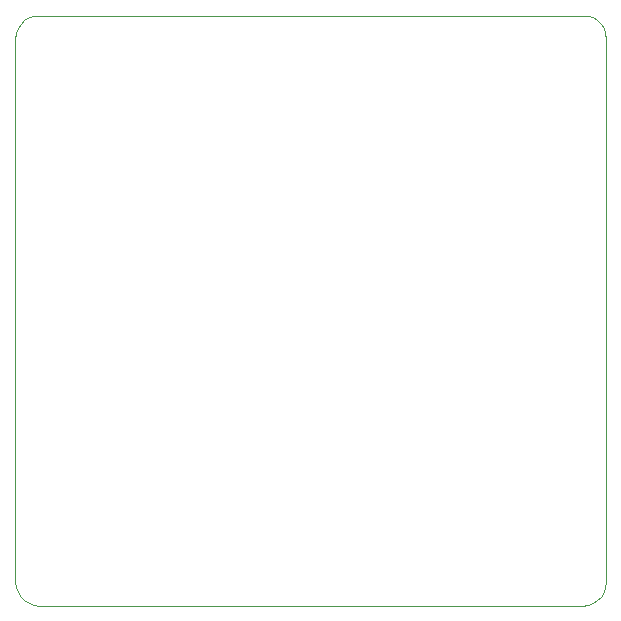
<source format=gko>
G04*
G04 #@! TF.GenerationSoftware,Altium Limited,Altium Designer,22.7.1 (60)*
G04*
G04 Layer_Color=16711935*
%FSLAX43Y43*%
%MOMM*%
G71*
G04*
G04 #@! TF.SameCoordinates,954B6AC0-D961-4D12-9847-DB1D38B5DF19*
G04*
G04*
G04 #@! TF.FilePolarity,Positive*
G04*
G01*
G75*
%ADD11C,0.100*%
D11*
X1605Y50000D02*
X48495D01*
X48918Y49852D01*
X49297Y49614D01*
X49614Y49297D01*
X49852Y48918D01*
X50000Y48495D01*
X50050Y48050D01*
Y2050D02*
Y48050D01*
X50000Y1605D02*
X50050Y2050D01*
X49852Y1182D02*
X50000Y1605D01*
X49614Y803D02*
X49852Y1182D01*
X49297Y486D02*
X49614Y803D01*
X48918Y248D02*
X49297Y486D01*
X48495Y100D02*
X48918Y248D01*
X48050Y50D02*
X48495Y100D01*
X2050Y50D02*
X48050D01*
X1605Y100D02*
X2050Y50D01*
X1182Y248D02*
X1605Y100D01*
X803Y486D02*
X1182Y248D01*
X486Y803D02*
X803Y486D01*
X248Y1182D02*
X486Y803D01*
X100Y1605D02*
X248Y1182D01*
X50Y2050D02*
X100Y1605D01*
X50Y2050D02*
Y48050D01*
X100Y48495D01*
X248Y48918D01*
X486Y49297D01*
X803Y49614D01*
X1182Y49852D01*
X1605Y50000D01*
M02*

</source>
